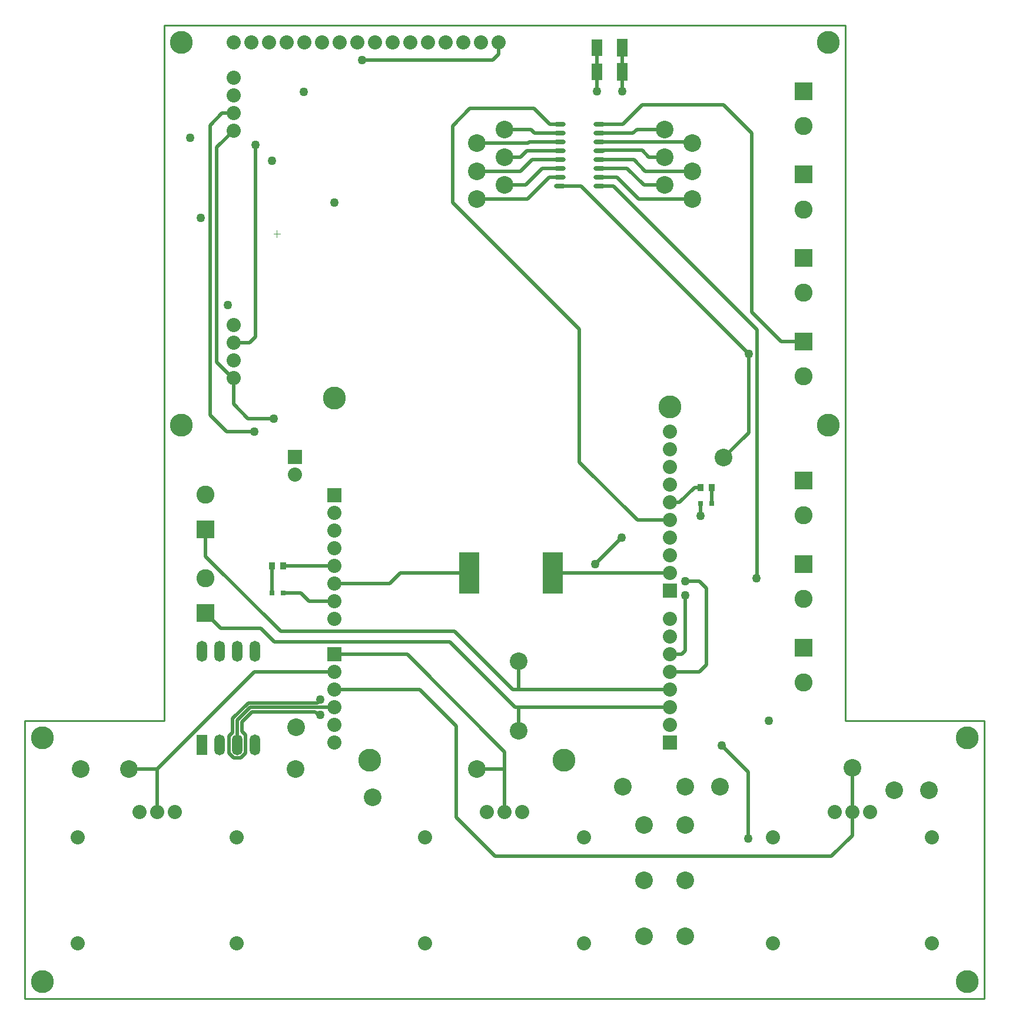
<source format=gtl>
G04 Layer_Physical_Order=1*
G04 Layer_Color=255*
%FSLAX44Y44*%
%MOMM*%
G71*
G01*
G75*
%ADD10R,1.6000X2.5000*%
%ADD11R,1.6000X2.4000*%
%ADD12O,1.6500X0.6500*%
%ADD13R,0.9000X1.0000*%
%ADD14R,3.0000X6.0000*%
%ADD15R,0.8000X0.8000*%
%ADD16C,0.5000*%
%ADD17C,0.2540*%
%ADD18C,0.1000*%
%ADD19C,3.3000*%
%ADD20C,2.0320*%
%ADD21R,1.5000X3.0000*%
%ADD22O,1.5000X3.0000*%
%ADD23C,2.5400*%
%ADD24R,2.0320X2.0320*%
%ADD25R,2.6000X2.6000*%
%ADD26C,2.6000*%
%ADD27C,1.2700*%
D10*
X858990Y1332540D02*
D03*
Y1367540D02*
D03*
D11*
X822990Y1332540D02*
D03*
Y1367540D02*
D03*
D12*
X826250Y1168550D02*
D03*
Y1181250D02*
D03*
Y1193950D02*
D03*
Y1206650D02*
D03*
Y1219350D02*
D03*
Y1232050D02*
D03*
Y1244750D02*
D03*
Y1257450D02*
D03*
X769750Y1168550D02*
D03*
Y1181250D02*
D03*
Y1193950D02*
D03*
Y1206650D02*
D03*
Y1219350D02*
D03*
Y1232050D02*
D03*
Y1244750D02*
D03*
Y1257450D02*
D03*
D13*
X355000Y622000D02*
D03*
X371000D02*
D03*
X987500Y735000D02*
D03*
X971500D02*
D03*
D14*
X639000Y612000D02*
D03*
X759000D02*
D03*
D15*
X987500Y712500D02*
D03*
X971500D02*
D03*
X355000Y583000D02*
D03*
X371000D02*
D03*
D16*
X821990Y1366540D02*
X822990Y1365540D01*
X857990Y1366540D02*
X858990Y1365540D01*
X1041000Y814000D02*
Y927000D01*
X1005000Y778000D02*
X1041000Y814000D01*
X799450Y1168550D02*
X1041000Y927000D01*
X769750Y1168550D02*
X799450D01*
X1053350Y605850D02*
Y961650D01*
X1052500Y605000D02*
X1053350Y605850D01*
X846450Y1168550D02*
X1053350Y961650D01*
X826250Y1168550D02*
X846450D01*
X1040000Y230000D02*
Y326000D01*
X1002000Y364000D02*
X1040000Y326000D01*
X620000Y261000D02*
Y392000D01*
X567640Y444360D02*
X620000Y392000D01*
X445400Y444360D02*
X567640D01*
X676000Y205000D02*
X1160000D01*
X620000Y261000D02*
X676000Y205000D01*
X300000Y855000D02*
X321000Y834000D01*
X358000D01*
X928000Y495160D02*
X945000D01*
X445400D02*
X549840D01*
X928000Y469760D02*
X969760D01*
X928000Y713600D02*
X941586D01*
X445400Y596760D02*
X524260D01*
X420460Y425460D02*
X425000Y430000D01*
X323960Y418960D02*
X445400D01*
X422000Y408000D02*
X425000D01*
X417540Y412460D02*
X422000Y408000D01*
X1190000Y268350D02*
Y332000D01*
X355000Y583000D02*
Y622000D01*
X759000Y612000D02*
X928000D01*
X710000Y444360D02*
X928000D01*
X710000Y418960D02*
X928000D01*
X881000Y688200D02*
X928000D01*
Y713600D02*
X928600Y713000D01*
X329760Y469760D02*
X445400D01*
X408640Y571360D02*
X445400D01*
X371000Y622000D02*
X445240D01*
X822990Y1332540D02*
Y1367540D01*
X485000Y1350000D02*
X672500D01*
X681000Y1358500D01*
X445240Y622000D02*
X445400Y622160D01*
X950000Y500160D02*
Y580000D01*
X941586Y713600D02*
X962986Y735000D01*
X300000Y855000D02*
Y892400D01*
X276000Y1224000D02*
X300000Y1248000D01*
X276000Y915000D02*
Y1224000D01*
Y915000D02*
X297000Y894000D01*
X266000Y1256000D02*
X283400Y1273400D01*
X266000Y839000D02*
Y1256000D01*
Y839000D02*
X290000Y815000D01*
X332000Y952000D02*
Y1228000D01*
X323200Y943200D02*
X332000Y952000D01*
X300000Y943200D02*
X323200D01*
X295400Y892400D02*
X297000Y894000D01*
X295400Y892400D02*
X300000D01*
X290000Y815000D02*
X330000D01*
X283400Y1273400D02*
X300000D01*
X326652Y412460D02*
X417540D01*
X305400Y365380D02*
Y400400D01*
X298900Y382643D02*
Y403092D01*
X305400Y400400D02*
X323960Y418960D01*
X298900Y403092D02*
X321268Y425460D01*
X311900Y397708D02*
X326652Y412460D01*
X321268Y425460D02*
X420460D01*
X311900Y384380D02*
Y397708D01*
Y384380D02*
X316900Y379380D01*
Y353117D02*
Y379380D01*
X310163Y346380D02*
X316900Y353117D01*
X300637Y346380D02*
X310163D01*
X293900Y353117D02*
X300637Y346380D01*
X293900Y353117D02*
Y377643D01*
X298900Y382643D01*
X690000Y330000D02*
Y355000D01*
X549840Y495160D02*
X690000Y355000D01*
X705040Y418960D02*
X710000D01*
Y385000D02*
Y418960D01*
X701640Y444360D02*
X710000D01*
Y485000D01*
X611000Y513000D02*
X705040Y418960D01*
X339000Y533000D02*
X359000Y513000D01*
X282000Y533000D02*
X339000D01*
X260000Y555000D02*
X282000Y533000D01*
X359000Y513000D02*
X611000D01*
X260000Y636000D02*
X368000Y528000D01*
X260000Y636000D02*
Y675000D01*
X368000Y528000D02*
X618000D01*
X397000Y583000D02*
X408640Y571360D01*
X371000Y583000D02*
X397000D01*
X969760Y469760D02*
X980000Y480000D01*
X970000Y600000D02*
X980000Y590000D01*
Y480000D02*
Y590000D01*
X190000Y268350D02*
Y330000D01*
X329760Y469760D01*
X618000Y528000D02*
X701640Y444360D01*
X650000Y330000D02*
X690000D01*
Y268350D02*
Y330000D01*
X150000D02*
X190000D01*
X950000Y600000D02*
X970000D01*
X1160000Y205000D02*
X1190000Y235000D01*
Y268350D01*
X681000Y1358500D02*
Y1375000D01*
X962986Y735000D02*
X971500D01*
X945000Y495160D02*
X950000Y500160D01*
X524260Y596760D02*
X539500Y612000D01*
X639000D01*
X987500Y712500D02*
Y735000D01*
X971500Y694000D02*
Y712500D01*
X858990Y1332540D02*
Y1367540D01*
X820000Y625000D02*
X858000Y663000D01*
X857990Y1366540D02*
X858990Y1367540D01*
X821990Y1366540D02*
X822990Y1367540D01*
X686000Y1218000D02*
X687350Y1219350D01*
X720000Y1170000D02*
X743950Y1193950D01*
X722500Y1150000D02*
X753750Y1181250D01*
X826250Y1219350D02*
X826900Y1220000D01*
X797500Y771700D02*
X881000Y688200D01*
X859950Y1257450D02*
X887500Y1285000D01*
X1005000D01*
X1045000Y1245000D01*
X732500Y1280000D02*
X755050Y1257450D01*
X640000Y1280000D02*
X732500D01*
X615000Y1255000D02*
X640000Y1280000D01*
X797500Y771700D02*
Y962500D01*
X615000Y1145000D02*
Y1255000D01*
Y1145000D02*
X797500Y962500D01*
X712500Y1190000D02*
X729150Y1206650D01*
X826250Y1257450D02*
X859950D01*
X826250Y1206650D02*
X875850D01*
X826250Y1181250D02*
X851250D01*
X826250Y1244750D02*
X874750D01*
X725450Y1232050D02*
X769750D01*
X755050Y1257450D02*
X769750D01*
X729150Y1206650D02*
X769750D01*
X753750Y1181250D02*
X769750D01*
X733250Y1244750D02*
X769750D01*
X743950Y1193950D02*
X769750D01*
X822990Y1305000D02*
Y1332540D01*
X822990Y1332540D01*
X858990Y1305000D02*
Y1332540D01*
X858990Y1332540D01*
X851250Y1181250D02*
X882500Y1150000D01*
X950000D01*
X960000Y1160000D01*
X880000Y1250000D02*
X920000D01*
X874750Y1244750D02*
X880000Y1250000D01*
X826250Y1232050D02*
X957950D01*
X960000Y1230000D01*
X897500Y1210000D02*
X920000D01*
X887500Y1220000D02*
X897500Y1210000D01*
X826900Y1220000D02*
X887500D01*
X892500Y1190000D02*
X960000D01*
X875850Y1206650D02*
X892500Y1190000D01*
X826250Y1193950D02*
X866050D01*
X890000Y1170000D01*
X920000D01*
X650000Y1150000D02*
X722500D01*
X690000Y1170000D02*
X720000D01*
X650000Y1190000D02*
X712500D01*
X690000Y1210000D02*
X712500D01*
X721850Y1219350D01*
X769750D01*
X650000Y1230000D02*
X723400D01*
X725450Y1232050D01*
X690000Y1250000D02*
X728000D01*
X733250Y1244750D01*
X1045000Y987500D02*
Y1245000D01*
Y987500D02*
X1087500Y945000D01*
X1120000D01*
D17*
X200000Y1400000D02*
X1180000D01*
Y400000D02*
X1380000D01*
X200000D02*
Y1400000D01*
X0Y400000D02*
X200000D01*
X0Y0D02*
Y400000D01*
Y-0D02*
X1380000D01*
X1180000Y400000D02*
Y1400000D01*
X1380000Y0D02*
Y400000D01*
D18*
X357500Y1100000D02*
X367500D01*
X362500Y1095000D02*
Y1105000D01*
D19*
X225000Y825000D02*
D03*
Y1375000D02*
D03*
X1155000Y825000D02*
D03*
Y1375000D02*
D03*
X1355000Y25000D02*
D03*
X25000Y375000D02*
D03*
X1355000D02*
D03*
X25000Y25000D02*
D03*
X445400Y863460D02*
D03*
X928000Y850760D02*
D03*
X496200Y342760D02*
D03*
X775600D02*
D03*
D20*
X681000Y1375000D02*
D03*
X655600D02*
D03*
X630200D02*
D03*
X604800D02*
D03*
X579400D02*
D03*
X554000D02*
D03*
X528600D02*
D03*
X503200D02*
D03*
X477800D02*
D03*
X452400D02*
D03*
X427000D02*
D03*
X401600D02*
D03*
X376200D02*
D03*
X350800D02*
D03*
X325400D02*
D03*
X300000D02*
D03*
Y1324200D02*
D03*
Y1298800D02*
D03*
Y1273400D02*
D03*
Y1248000D02*
D03*
Y968600D02*
D03*
Y943200D02*
D03*
Y892400D02*
D03*
Y917800D02*
D03*
X1164600Y268350D02*
D03*
X1190000D02*
D03*
X1215400D02*
D03*
X1304300Y79650D02*
D03*
Y231650D02*
D03*
X1075700Y79650D02*
D03*
Y231650D02*
D03*
X164600Y268350D02*
D03*
X190000D02*
D03*
X215400D02*
D03*
X304300Y79650D02*
D03*
Y231650D02*
D03*
X75700Y79650D02*
D03*
Y231650D02*
D03*
X664600Y268350D02*
D03*
X690000D02*
D03*
X715400D02*
D03*
X804300Y79650D02*
D03*
Y231650D02*
D03*
X575700Y79650D02*
D03*
Y231650D02*
D03*
X388000Y754000D02*
D03*
X445400Y698360D02*
D03*
X928000Y815200D02*
D03*
Y789800D02*
D03*
X445400Y545960D02*
D03*
Y672960D02*
D03*
X928000Y739000D02*
D03*
X445400Y571360D02*
D03*
Y596760D02*
D03*
X928000Y713600D02*
D03*
Y688200D02*
D03*
Y662800D02*
D03*
Y637400D02*
D03*
Y612000D02*
D03*
Y545960D02*
D03*
Y520560D02*
D03*
Y495160D02*
D03*
Y469760D02*
D03*
Y444360D02*
D03*
Y418960D02*
D03*
Y393560D02*
D03*
Y764400D02*
D03*
X445400Y368160D02*
D03*
Y393560D02*
D03*
Y418960D02*
D03*
Y444360D02*
D03*
Y469760D02*
D03*
Y622160D02*
D03*
Y647560D02*
D03*
D21*
X254600Y365380D02*
D03*
D22*
X280000D02*
D03*
X305400D02*
D03*
X330800D02*
D03*
X254600Y500000D02*
D03*
X280000D02*
D03*
X305400D02*
D03*
X330800D02*
D03*
D23*
X1300000Y300000D02*
D03*
X1250000D02*
D03*
X80000Y330000D02*
D03*
X650000D02*
D03*
X150000D02*
D03*
X1190000Y332000D02*
D03*
X710000Y385000D02*
D03*
Y485000D02*
D03*
X690000Y1250000D02*
D03*
X650000Y1230000D02*
D03*
X690000Y1210000D02*
D03*
X650000Y1190000D02*
D03*
X690000Y1170000D02*
D03*
X650000Y1150000D02*
D03*
X920000Y1250000D02*
D03*
X960000Y1230000D02*
D03*
X920000Y1210000D02*
D03*
X960000Y1190000D02*
D03*
X920000Y1170000D02*
D03*
X960000Y1150000D02*
D03*
X1005000Y778000D02*
D03*
X389000Y330000D02*
D03*
X390000Y390000D02*
D03*
X890000Y250000D02*
D03*
Y170000D02*
D03*
Y90000D02*
D03*
X950000Y305000D02*
D03*
X1000000D02*
D03*
X950000Y250000D02*
D03*
Y170000D02*
D03*
Y90000D02*
D03*
X860000Y305000D02*
D03*
X500000Y290000D02*
D03*
D24*
X388000Y779400D02*
D03*
X445400Y723760D02*
D03*
X928000Y586600D02*
D03*
Y368160D02*
D03*
X445400Y495160D02*
D03*
D25*
X260000Y675000D02*
D03*
Y555000D02*
D03*
X1120000Y945000D02*
D03*
Y1305000D02*
D03*
Y745000D02*
D03*
Y625000D02*
D03*
Y505000D02*
D03*
Y1185000D02*
D03*
Y1065000D02*
D03*
D26*
X260000Y725000D02*
D03*
Y605000D02*
D03*
X1120000Y895000D02*
D03*
Y1255000D02*
D03*
Y695000D02*
D03*
Y575000D02*
D03*
Y455000D02*
D03*
Y1135000D02*
D03*
Y1015000D02*
D03*
D27*
X1041000Y927000D02*
D03*
X358000Y834000D02*
D03*
X425000Y430000D02*
D03*
Y408000D02*
D03*
X401100Y1303900D02*
D03*
X445000Y1145000D02*
D03*
X485000Y1350000D02*
D03*
X292000Y997500D02*
D03*
X332000Y1228000D02*
D03*
X330000Y815000D02*
D03*
X950000Y580000D02*
D03*
X252500Y1122500D02*
D03*
X1040000Y230000D02*
D03*
X1002000Y364000D02*
D03*
X950000Y600000D02*
D03*
X237500Y1237500D02*
D03*
X820000Y625000D02*
D03*
X1070000Y400000D02*
D03*
X1052500Y605000D02*
D03*
X971500Y694000D02*
D03*
X355000Y1205000D02*
D03*
X858000Y663000D02*
D03*
X822990Y1305000D02*
D03*
X858990D02*
D03*
M02*

</source>
